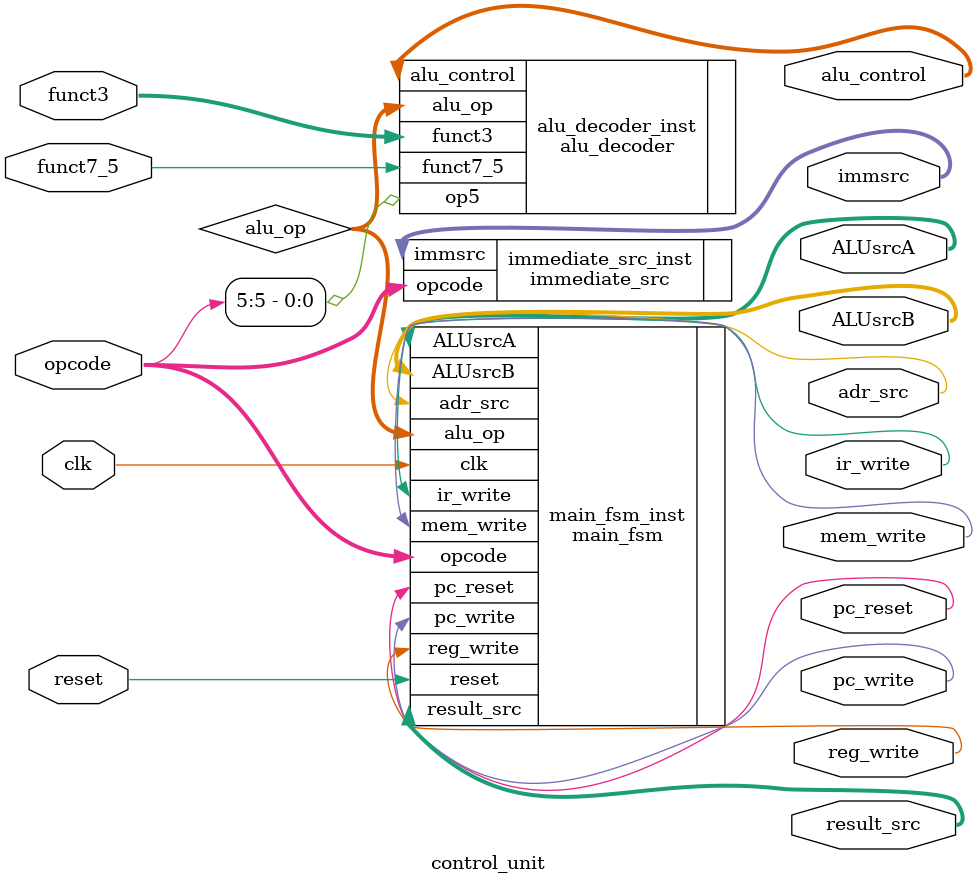
<source format=sv>
`timescale 1ns / 1ps


module control_unit(input logic clk,
                    input logic reset,
                    input logic [6:0] opcode,
                    input logic [2:0] funct3,
                    input logic funct7_5,
                    output logic pc_reset,
                    output logic pc_write,
                    output logic mem_write,
                    output logic ir_write,
                    output logic reg_write,
                    output logic [4:0] alu_control,
                    output logic adr_src,
                    output logic [1:0] result_src,
                    output logic [1:0] ALUsrcA,
                    output logic [1:0] ALUsrcB,
                    output logic [1:0] immsrc
                    );
                    logic [1:0] alu_op;
                     main_fsm main_fsm_inst(.clk(clk),
                              .reset(reset),
                              .opcode(opcode),
                              .pc_reset(pc_reset),
                              .pc_write(pc_write),
                              .mem_write(mem_write),
                              .ir_write(ir_write),
                              .reg_write(reg_write),
                              .alu_op(alu_op),
                              .adr_src(adr_src),
                              .result_src(result_src),
                              .ALUsrcA(ALUsrcA),
                              .ALUsrcB(ALUsrcB)
                               );                                                            
                      alu_decoder alu_decoder_inst(.alu_op(alu_op),.funct3(funct3),.op5(opcode[5]),.funct7_5(funct7_5),.alu_control(alu_control));
                      immediate_src immediate_src_inst(.opcode(opcode),.immsrc(immsrc));
endmodule

</source>
